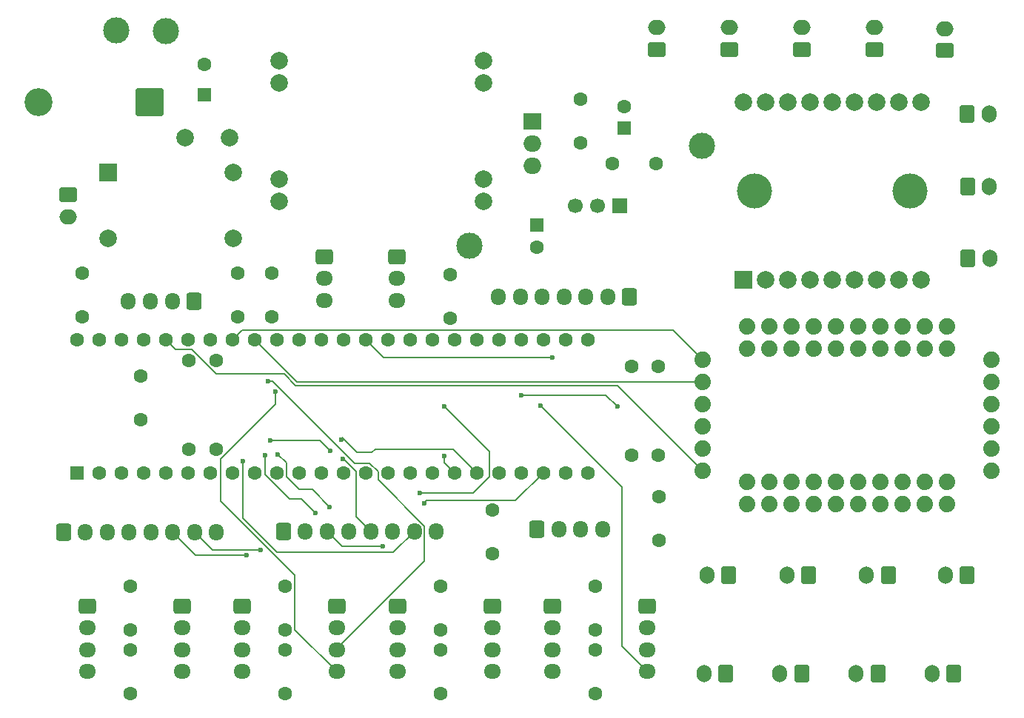
<source format=gbr>
%TF.GenerationSoftware,KiCad,Pcbnew,9.0.6*%
%TF.CreationDate,2026-01-04T18:25:18-08:00*%
%TF.ProjectId,2025_Animation_Controller,32303235-5f41-46e6-996d-6174696f6e5f,rev?*%
%TF.SameCoordinates,Original*%
%TF.FileFunction,Copper,L4,Bot*%
%TF.FilePolarity,Positive*%
%FSLAX46Y46*%
G04 Gerber Fmt 4.6, Leading zero omitted, Abs format (unit mm)*
G04 Created by KiCad (PCBNEW 9.0.6) date 2026-01-04 18:25:18*
%MOMM*%
%LPD*%
G01*
G04 APERTURE LIST*
G04 Aperture macros list*
%AMRoundRect*
0 Rectangle with rounded corners*
0 $1 Rounding radius*
0 $2 $3 $4 $5 $6 $7 $8 $9 X,Y pos of 4 corners*
0 Add a 4 corners polygon primitive as box body*
4,1,4,$2,$3,$4,$5,$6,$7,$8,$9,$2,$3,0*
0 Add four circle primitives for the rounded corners*
1,1,$1+$1,$2,$3*
1,1,$1+$1,$4,$5*
1,1,$1+$1,$6,$7*
1,1,$1+$1,$8,$9*
0 Add four rect primitives between the rounded corners*
20,1,$1+$1,$2,$3,$4,$5,0*
20,1,$1+$1,$4,$5,$6,$7,0*
20,1,$1+$1,$6,$7,$8,$9,0*
20,1,$1+$1,$8,$9,$2,$3,0*%
G04 Aperture macros list end*
%TA.AperFunction,WasherPad*%
%ADD10C,4.000000*%
%TD*%
%TA.AperFunction,ComponentPad*%
%ADD11R,2.000000X2.000000*%
%TD*%
%TA.AperFunction,ComponentPad*%
%ADD12C,2.000000*%
%TD*%
%TA.AperFunction,ComponentPad*%
%ADD13C,3.000000*%
%TD*%
%TA.AperFunction,ComponentPad*%
%ADD14RoundRect,0.250000X0.750000X-0.600000X0.750000X0.600000X-0.750000X0.600000X-0.750000X-0.600000X0*%
%TD*%
%TA.AperFunction,ComponentPad*%
%ADD15O,2.000000X1.700000*%
%TD*%
%TA.AperFunction,ComponentPad*%
%ADD16RoundRect,0.250000X0.600000X0.750000X-0.600000X0.750000X-0.600000X-0.750000X0.600000X-0.750000X0*%
%TD*%
%TA.AperFunction,ComponentPad*%
%ADD17O,1.700000X2.000000*%
%TD*%
%TA.AperFunction,ComponentPad*%
%ADD18RoundRect,0.250000X-0.725000X0.600000X-0.725000X-0.600000X0.725000X-0.600000X0.725000X0.600000X0*%
%TD*%
%TA.AperFunction,ComponentPad*%
%ADD19O,1.950000X1.700000*%
%TD*%
%TA.AperFunction,ComponentPad*%
%ADD20RoundRect,0.250000X0.550000X-0.550000X0.550000X0.550000X-0.550000X0.550000X-0.550000X-0.550000X0*%
%TD*%
%TA.AperFunction,ComponentPad*%
%ADD21C,1.600000*%
%TD*%
%TA.AperFunction,ComponentPad*%
%ADD22RoundRect,0.250000X0.600000X0.725000X-0.600000X0.725000X-0.600000X-0.725000X0.600000X-0.725000X0*%
%TD*%
%TA.AperFunction,ComponentPad*%
%ADD23O,1.700000X1.950000*%
%TD*%
%TA.AperFunction,ComponentPad*%
%ADD24R,2.000000X1.905000*%
%TD*%
%TA.AperFunction,ComponentPad*%
%ADD25O,2.000000X1.905000*%
%TD*%
%TA.AperFunction,ComponentPad*%
%ADD26RoundRect,0.250000X-0.600000X-0.750000X0.600000X-0.750000X0.600000X0.750000X-0.600000X0.750000X0*%
%TD*%
%TA.AperFunction,ComponentPad*%
%ADD27RoundRect,0.250000X-0.550000X0.550000X-0.550000X-0.550000X0.550000X-0.550000X0.550000X0.550000X0*%
%TD*%
%TA.AperFunction,ComponentPad*%
%ADD28RoundRect,0.250000X-0.750000X0.600000X-0.750000X-0.600000X0.750000X-0.600000X0.750000X0.600000X0*%
%TD*%
%TA.AperFunction,ComponentPad*%
%ADD29RoundRect,0.250000X-0.600000X-0.725000X0.600000X-0.725000X0.600000X0.725000X-0.600000X0.725000X0*%
%TD*%
%TA.AperFunction,ComponentPad*%
%ADD30R,1.600000X1.600000*%
%TD*%
%TA.AperFunction,ComponentPad*%
%ADD31RoundRect,0.250000X1.350000X1.350000X-1.350000X1.350000X-1.350000X-1.350000X1.350000X-1.350000X0*%
%TD*%
%TA.AperFunction,ComponentPad*%
%ADD32C,3.200000*%
%TD*%
%TA.AperFunction,ComponentPad*%
%ADD33R,1.700000X1.700000*%
%TD*%
%TA.AperFunction,ComponentPad*%
%ADD34C,1.700000*%
%TD*%
%TA.AperFunction,ComponentPad*%
%ADD35C,1.879600*%
%TD*%
%TA.AperFunction,ViaPad*%
%ADD36C,0.600000*%
%TD*%
%TA.AperFunction,Conductor*%
%ADD37C,0.200000*%
%TD*%
G04 APERTURE END LIST*
D10*
%TO.P,U1,*%
%TO.N,*%
X180720000Y-61600000D03*
X198500000Y-61600000D03*
D11*
%TO.P,U1,1,IN1*%
%TO.N,/LED_1*%
X179450000Y-71760000D03*
D12*
%TO.P,U1,2,IN2*%
%TO.N,/LED_2*%
X181990000Y-71760000D03*
%TO.P,U1,3,IN3*%
%TO.N,/LED_3*%
X184530000Y-71760000D03*
%TO.P,U1,4,IN4*%
%TO.N,/LED_4*%
X187070000Y-71760000D03*
%TO.P,U1,5,IN5*%
%TO.N,/LED_5*%
X189610000Y-71760000D03*
%TO.P,U1,6,IN6*%
%TO.N,/LED_6*%
X192150000Y-71760000D03*
%TO.P,U1,7,IN7*%
%TO.N,/LED_7*%
X194690000Y-71760000D03*
%TO.P,U1,8,IN8*%
%TO.N,/LED_8*%
X197230000Y-71760000D03*
%TO.P,U1,9,GND*%
%TO.N,GND*%
X199770000Y-71760000D03*
%TO.P,U1,10,COM*%
%TO.N,+12V*%
X199770000Y-51440000D03*
%TO.P,U1,11,OUT8*%
%TO.N,/LED_8_12V*%
X197230000Y-51440000D03*
%TO.P,U1,12,OUT7*%
%TO.N,/LED_7_12V*%
X194690000Y-51440000D03*
%TO.P,U1,13,OUT6*%
%TO.N,/LED_6_12V*%
X192150000Y-51440000D03*
%TO.P,U1,14,OUT5*%
%TO.N,/LED_5_12V*%
X189610000Y-51440000D03*
%TO.P,U1,15,OUT4*%
%TO.N,/LED_4_12V*%
X187070000Y-51440000D03*
%TO.P,U1,16,OUT3*%
%TO.N,/LED_3_12V*%
X184530000Y-51440000D03*
%TO.P,U1,17,OUT2*%
%TO.N,/LED_2_12V*%
X181990000Y-51440000D03*
%TO.P,U1,18,OUT1*%
%TO.N,/LED_1_12V*%
X179450000Y-51440000D03*
%TD*%
%TO.P,U3,1,Vin-*%
%TO.N,GND*%
X126300000Y-46700000D03*
%TO.P,U3,2,Vin-*%
X126300000Y-49240000D03*
%TO.P,U3,3,Vin+*%
%TO.N,+12V*%
X126300000Y-60232000D03*
%TO.P,U3,4,Vin+*%
X126300000Y-62772000D03*
%TO.P,U3,5,Vout+*%
%TO.N,+5V*%
X149668000Y-62772000D03*
%TO.P,U3,6,Vout+*%
X149668000Y-60232000D03*
%TO.P,U3,7,Vout-*%
%TO.N,GND*%
X149668000Y-49240000D03*
%TO.P,U3,8,Vout-*%
X149668000Y-46700000D03*
%TD*%
D13*
%TO.P,TP4,1,1*%
%TO.N,3V3_AUX*%
X174700000Y-56400000D03*
%TD*%
D14*
%TO.P,J5,1,Pin_1*%
%TO.N,/LED_4_12V*%
X194375000Y-45400000D03*
D15*
%TO.P,J5,2,Pin_2*%
%TO.N,+12V*%
X194375000Y-42900000D03*
%TD*%
D16*
%TO.P,J15,1,Pin_1*%
%TO.N,GND*%
X194800000Y-116800000D03*
D17*
%TO.P,J15,2,Pin_2*%
%TO.N,/BUTTON_6*%
X192300000Y-116800000D03*
%TD*%
D18*
%TO.P,J28,1,Pin_1*%
%TO.N,GND*%
X157600000Y-109050000D03*
D19*
%TO.P,J28,2,Pin_2*%
%TO.N,3V3_AUX*%
X157600000Y-111550000D03*
%TO.P,J28,3,Pin_3*%
%TO.N,/REMOTE_ACT_7_TX*%
X157600000Y-114050000D03*
%TO.P,J28,4,Pin_4*%
%TO.N,/REMOTE_ACT_7_RX*%
X157600000Y-116550000D03*
%TD*%
D20*
%TO.P,C16,1*%
%TO.N,3V3_AUX*%
X165800000Y-54396369D03*
D21*
%TO.P,C16,2*%
%TO.N,GND*%
X165800000Y-51896369D03*
%TD*%
%TO.P,C7,1*%
%TO.N,3V3_AUX*%
X109300000Y-114100000D03*
%TO.P,C7,2*%
%TO.N,GND*%
X109300000Y-119100000D03*
%TD*%
D14*
%TO.P,J3,1,Pin_1*%
%TO.N,/LED_2_12V*%
X177775000Y-45400000D03*
D15*
%TO.P,J3,2,Pin_2*%
%TO.N,+12V*%
X177775000Y-42900000D03*
%TD*%
D22*
%TO.P,J21,1,Pin_1*%
%TO.N,GND*%
X166400000Y-73700000D03*
D23*
%TO.P,J21,2,Pin_2*%
%TO.N,/Display_Power*%
X163900000Y-73700000D03*
%TO.P,J21,3,Pin_3*%
%TO.N,/SPI_SCK*%
X161400000Y-73700000D03*
%TO.P,J21,4,Pin_4*%
%TO.N,/SPI_MOSI*%
X158900000Y-73700000D03*
%TO.P,J21,5,Pin_5*%
%TO.N,/LCD_RST*%
X156400000Y-73700000D03*
%TO.P,J21,6,Pin_6*%
%TO.N,/LCD_DC*%
X153900000Y-73700000D03*
%TO.P,J21,7,Pin_7*%
%TO.N,/SPI_CS*%
X151400000Y-73700000D03*
%TD*%
D11*
%TO.P,D3,1*%
%TO.N,Net-(J30-Pin_2)*%
X106792500Y-59450000D03*
D12*
%TO.P,D3,2*%
X106792500Y-66950000D03*
%TO.P,D3,3*%
%TO.N,Net-(D3-Pad3)*%
X121042500Y-66950000D03*
%TO.P,D3,4*%
X121042500Y-59450000D03*
%TD*%
D16*
%TO.P,J10,1,Pin_1*%
%TO.N,GND*%
X177750000Y-105500000D03*
D17*
%TO.P,J10,2,Pin_2*%
%TO.N,/BUTTON_1*%
X175250000Y-105500000D03*
%TD*%
D18*
%TO.P,J20,1,Pin_1*%
%TO.N,GND*%
X139800000Y-69100000D03*
D19*
%TO.P,J20,2,Pin_2*%
%TO.N,/ANALOG_ACCEL_INPUT*%
X139800000Y-71600000D03*
%TO.P,J20,3,Pin_3*%
%TO.N,3V3_MCU*%
X139800000Y-74100000D03*
%TD*%
D16*
%TO.P,J16,1,Pin_1*%
%TO.N,GND*%
X205000000Y-105500000D03*
D17*
%TO.P,J16,2,Pin_2*%
%TO.N,/BUTTON_7*%
X202500000Y-105500000D03*
%TD*%
D14*
%TO.P,J2,1,Pin_1*%
%TO.N,/LED_1_12V*%
X169475000Y-45400000D03*
D15*
%TO.P,J2,2,Pin_2*%
%TO.N,+12V*%
X169475000Y-42900000D03*
%TD*%
D21*
%TO.P,C18,1*%
%TO.N,3V3_AUX*%
X160800000Y-56100000D03*
%TO.P,C18,2*%
%TO.N,GND*%
X160800000Y-51100000D03*
%TD*%
D18*
%TO.P,J24,1,Pin_1*%
%TO.N,GND*%
X122100000Y-109050000D03*
D19*
%TO.P,J24,2,Pin_2*%
%TO.N,3V3_AUX*%
X122100000Y-111550000D03*
%TO.P,J24,3,Pin_3*%
%TO.N,/REMOTE_ACT_3_TX*%
X122100000Y-114050000D03*
%TO.P,J24,4,Pin_4*%
%TO.N,/REMOTE_ACT_3_RX*%
X122100000Y-116550000D03*
%TD*%
D24*
%TO.P,U4,1,GND*%
%TO.N,GND*%
X155300000Y-53600000D03*
D25*
%TO.P,U4,2,VO*%
%TO.N,3V3_AUX*%
X155300000Y-56140000D03*
%TO.P,U4,3,VI*%
%TO.N,+5V*%
X155300000Y-58680000D03*
%TD*%
D21*
%TO.P,C2,1*%
%TO.N,3V3_MCU*%
X125500000Y-76000000D03*
%TO.P,C2,2*%
%TO.N,GND*%
X125500000Y-71000000D03*
%TD*%
%TO.P,C19,1*%
%TO.N,GND*%
X150725000Y-98100000D03*
%TO.P,C19,2*%
%TO.N,3V3_AUX*%
X150725000Y-103100000D03*
%TD*%
D26*
%TO.P,J8,1,Pin_1*%
%TO.N,/LED_7_12V*%
X205050000Y-61075000D03*
D17*
%TO.P,J8,2,Pin_2*%
%TO.N,+12V*%
X207550000Y-61075000D03*
%TD*%
D21*
%TO.P,C1,1*%
%TO.N,3V3_MCU*%
X121600000Y-76000000D03*
%TO.P,C1,2*%
%TO.N,GND*%
X121600000Y-71000000D03*
%TD*%
%TO.P,C6,1*%
%TO.N,3V3_AUX*%
X109300000Y-111800000D03*
%TO.P,C6,2*%
%TO.N,GND*%
X109300000Y-106800000D03*
%TD*%
D14*
%TO.P,J4,1,Pin_1*%
%TO.N,/LED_3_12V*%
X186075000Y-45375000D03*
D15*
%TO.P,J4,2,Pin_2*%
%TO.N,+12V*%
X186075000Y-42875000D03*
%TD*%
D21*
%TO.P,C4,1*%
%TO.N,3V3_AUX*%
X169800000Y-96500000D03*
%TO.P,C4,2*%
%TO.N,GND*%
X169800000Y-101500000D03*
%TD*%
D27*
%TO.P,C17,1*%
%TO.N,+5V*%
X155800000Y-65503631D03*
D21*
%TO.P,C17,2*%
%TO.N,GND*%
X155800000Y-68003631D03*
%TD*%
D13*
%TO.P,TP2,1,1*%
%TO.N,+12V*%
X113400000Y-43300000D03*
%TD*%
D28*
%TO.P,J30,1,Pin_1*%
%TO.N,GND*%
X102200000Y-62000000D03*
D15*
%TO.P,J30,2,Pin_2*%
%TO.N,Net-(J30-Pin_2)*%
X102200000Y-64500000D03*
%TD*%
D29*
%TO.P,J31,1,Pin_1*%
%TO.N,GND*%
X101675000Y-100575000D03*
D23*
%TO.P,J31,2,Pin_2*%
%TO.N,3V3_AUX*%
X104175000Y-100575000D03*
%TO.P,J31,3,Pin_3*%
%TO.N,/SPARE_2*%
X106675000Y-100575000D03*
%TO.P,J31,4,Pin_4*%
%TO.N,/SPARE_3*%
X109175000Y-100575000D03*
%TO.P,J31,5,Pin_5*%
%TO.N,/SPARE_6*%
X111675000Y-100575000D03*
%TO.P,J31,6,Pin_6*%
%TO.N,/SPARE_9*%
X114175000Y-100575000D03*
%TO.P,J31,7,Pin_7*%
%TO.N,/SPARE_26*%
X116675000Y-100575000D03*
%TO.P,J31,8,Pin_8*%
%TO.N,/SPARE_27*%
X119175000Y-100575000D03*
%TD*%
D29*
%TO.P,J32,1,Pin_1*%
%TO.N,GND*%
X126800000Y-100500000D03*
D23*
%TO.P,J32,2,Pin_2*%
%TO.N,3V3_AUX*%
X129300000Y-100500000D03*
%TO.P,J32,3,Pin_3*%
%TO.N,/SPARE_30*%
X131800000Y-100500000D03*
%TO.P,J32,4,Pin_4*%
%TO.N,/SPARE_33*%
X134300000Y-100500000D03*
%TO.P,J32,5,Pin_5*%
%TO.N,/SPARE_36*%
X136800000Y-100500000D03*
%TO.P,J32,6,Pin_6*%
%TO.N,/SPARE_37*%
X139300000Y-100500000D03*
%TO.P,J32,7,Pin_7*%
%TO.N,/SPARE_23*%
X141800000Y-100500000D03*
%TO.P,J32,8,Pin_8*%
%TO.N,unconnected-(J32-Pin_8-Pad8)*%
X144300000Y-100500000D03*
%TD*%
D18*
%TO.P,J19,1,Pin_1*%
%TO.N,GND*%
X131500000Y-69100000D03*
D19*
%TO.P,J19,2,Pin_2*%
%TO.N,/ANALOG_SPEED_INPUT*%
X131500000Y-71600000D03*
%TO.P,J19,3,Pin_3*%
%TO.N,3V3_MCU*%
X131500000Y-74100000D03*
%TD*%
D18*
%TO.P,J22,1,Pin_1*%
%TO.N,GND*%
X104400000Y-109050000D03*
D19*
%TO.P,J22,2,Pin_2*%
%TO.N,3V3_AUX*%
X104400000Y-111550000D03*
%TO.P,J22,3,Pin_3*%
%TO.N,/REMOTE_ACT_1_TX*%
X104400000Y-114050000D03*
%TO.P,J22,4,Pin_4*%
%TO.N,/REMOTE_ACT_1_RX*%
X104400000Y-116550000D03*
%TD*%
D30*
%TO.P,U2,1,GND*%
%TO.N,GND*%
X103205000Y-93800000D03*
D21*
%TO.P,U2,2,0_RX1_CRX2_CS1*%
%TO.N,/REMOTE_ACT_1_RX*%
X105745000Y-93800000D03*
%TO.P,U2,3,1_TX1_CTX2_MISO1*%
%TO.N,/REMOTE_ACT_1_TX*%
X108285000Y-93800000D03*
%TO.P,U2,4,2_OUT2*%
%TO.N,/SPARE_2*%
X110825000Y-93800000D03*
%TO.P,U2,5,3_LRCLK2*%
%TO.N,/SPARE_3*%
X113365000Y-93800000D03*
%TO.P,U2,6,4_BCLK2*%
%TO.N,/ENCODER_B*%
X115905000Y-93800000D03*
%TO.P,U2,7,5_IN2*%
%TO.N,/ENCODER_A*%
X118445000Y-93800000D03*
%TO.P,U2,8,6_OUT1D*%
%TO.N,/SPARE_6*%
X120985000Y-93800000D03*
%TO.P,U2,9,7_RX2_OUT1A*%
%TO.N,/REMOTE_ACT_2_RX*%
X123525000Y-93800000D03*
%TO.P,U2,10,8_TX2_IN1*%
%TO.N,/REMOTE_ACT_2_TX*%
X126065000Y-93800000D03*
%TO.P,U2,11,9_OUT1C*%
%TO.N,/SPARE_9*%
X128605000Y-93800000D03*
%TO.P,U2,12,10_CS_MQSR*%
%TO.N,/SPI_CS*%
X131145000Y-93800000D03*
%TO.P,U2,13,11_MOSI_CTX1*%
%TO.N,/SPI_MOSI*%
X133685000Y-93800000D03*
%TO.P,U2,14,12_MISO_MQSL*%
%TO.N,unconnected-(U2-12_MISO_MQSL-Pad14)*%
X136225000Y-93800000D03*
%TO.P,U2,15,3V3*%
%TO.N,3V3_MCU*%
X138765000Y-93800000D03*
%TO.P,U2,16,24_A10_TX6_SCL2*%
%TO.N,/REMOTE_ACT_6_TX*%
X141305000Y-93800000D03*
%TO.P,U2,17,25_A11_RX6_SDA2*%
%TO.N,/REMOTE_ACT_6_RX*%
X143845000Y-93800000D03*
%TO.P,U2,18,26_A12_MOSI1*%
%TO.N,/SPARE_26*%
X146385000Y-93800000D03*
%TO.P,U2,19,27_A13_SCK1*%
%TO.N,/SPARE_27*%
X148925000Y-93800000D03*
%TO.P,U2,20,28_RX7*%
%TO.N,/REMOTE_ACT_7_RX*%
X151465000Y-93800000D03*
%TO.P,U2,21,29_TX7*%
%TO.N,/REMOTE_ACT_7_TX*%
X154005000Y-93800000D03*
%TO.P,U2,22,30_CRX3*%
%TO.N,/SPARE_30*%
X156545000Y-93800000D03*
%TO.P,U2,23,31_CTX3*%
%TO.N,/I2C2_SDA*%
X159085000Y-93800000D03*
%TO.P,U2,24,32_OUT1B*%
%TO.N,/I2C2_SCL*%
X161625000Y-93800000D03*
%TO.P,U2,25,33_MCLK2*%
%TO.N,/SPARE_33*%
X161625000Y-78560000D03*
%TO.P,U2,26,34_RX8*%
%TO.N,/REMOTE_ACT_8_RX*%
X159085000Y-78560000D03*
%TO.P,U2,27,35_TX8*%
%TO.N,/REMOTE_ACT_8_TX*%
X156545000Y-78560000D03*
%TO.P,U2,28,36_CS*%
%TO.N,/SPARE_36*%
X154005000Y-78560000D03*
%TO.P,U2,29,37_CS*%
%TO.N,/SPARE_37*%
X151465000Y-78560000D03*
%TO.P,U2,30,38_CS1_IN1*%
%TO.N,/LCD_RST*%
X148925000Y-78560000D03*
%TO.P,U2,31,39_MISO1_OUT1A*%
%TO.N,/LCD_DC*%
X146385000Y-78560000D03*
%TO.P,U2,32,40_A16*%
%TO.N,/ANALOG_ACCEL_INPUT*%
X143845000Y-78560000D03*
%TO.P,U2,33,41_A17*%
%TO.N,/ANALOG_SPEED_INPUT*%
X141305000Y-78560000D03*
%TO.P,U2,34,GND*%
%TO.N,GND*%
X138765000Y-78560000D03*
%TO.P,U2,35,13_SCK_LED*%
%TO.N,/SPI_SCK*%
X136225000Y-78560000D03*
%TO.P,U2,36,14_A0_TX3_SPDIF_OUT*%
%TO.N,/REMOTE_ACT_3_TX*%
X133685000Y-78560000D03*
%TO.P,U2,37,15_A1_RX3_SPDIF_IN*%
%TO.N,/REMOTE_ACT_3_RX*%
X131145000Y-78560000D03*
%TO.P,U2,38,16_A2_RX4_SCL1*%
%TO.N,/REMOTE_ACT_4_RX*%
X128605000Y-78560000D03*
%TO.P,U2,39,17_A3_TX4_SDA1*%
%TO.N,/REMOTE_ACT_4_TX*%
X126065000Y-78560000D03*
%TO.P,U2,40,18_A4_SDA*%
%TO.N,/I2C_SDA*%
X123525000Y-78560000D03*
%TO.P,U2,41,19_A5_SCL*%
%TO.N,/I2C_SCL*%
X120985000Y-78560000D03*
%TO.P,U2,42,20_A6_TX5_LRCLK1*%
%TO.N,/REMOTE_ACT_5_TX*%
X118445000Y-78560000D03*
%TO.P,U2,43,21_A7_RX5_BCLK1*%
%TO.N,/REMOTE_ACT_5_RX*%
X115905000Y-78560000D03*
%TO.P,U2,44,22_A8_CTX1*%
%TO.N,/SX1509_INT*%
X113365000Y-78560000D03*
%TO.P,U2,45,23_A9_CRX1_MCLK1*%
%TO.N,/SPARE_23*%
X110825000Y-78560000D03*
%TO.P,U2,46,3V3*%
%TO.N,3V3_MCU*%
X108285000Y-78560000D03*
%TO.P,U2,47,GND*%
%TO.N,GND*%
X105745000Y-78560000D03*
%TO.P,U2,48,VIN*%
%TO.N,+5V*%
X103205000Y-78560000D03*
%TD*%
D16*
%TO.P,J13,1,Pin_1*%
%TO.N,GND*%
X186100000Y-116800000D03*
D17*
%TO.P,J13,2,Pin_2*%
%TO.N,/BUTTON_4*%
X183600000Y-116800000D03*
%TD*%
D21*
%TO.P,C11,1*%
%TO.N,3V3_AUX*%
X144800000Y-114100000D03*
%TO.P,C11,2*%
%TO.N,GND*%
X144800000Y-119100000D03*
%TD*%
D31*
%TO.P,D2,1,K*%
%TO.N,+12V*%
X111500000Y-51400000D03*
D32*
%TO.P,D2,2,A*%
%TO.N,GND*%
X98800000Y-51400000D03*
%TD*%
D21*
%TO.P,C14,1*%
%TO.N,+5V*%
X103800000Y-76000000D03*
%TO.P,C14,2*%
%TO.N,GND*%
X103800000Y-71000000D03*
%TD*%
D22*
%TO.P,J18,1,Pin_1*%
%TO.N,GND*%
X116600000Y-74200000D03*
D23*
%TO.P,J18,2,Pin_2*%
%TO.N,3V3_MCU*%
X114100000Y-74200000D03*
%TO.P,J18,3,Pin_3*%
%TO.N,/ENCODER_A*%
X111600000Y-74200000D03*
%TO.P,J18,4,Pin_4*%
%TO.N,/ENCODER_B*%
X109100000Y-74200000D03*
%TD*%
D29*
%TO.P,J1,1,Pin_1*%
%TO.N,GND*%
X155795000Y-100250000D03*
D23*
%TO.P,J1,2,Pin_2*%
%TO.N,3V3_AUX*%
X158295000Y-100250000D03*
%TO.P,J1,3,Pin_3*%
%TO.N,/I2C2_SDA*%
X160795000Y-100250000D03*
%TO.P,J1,4,Pin_4*%
%TO.N,/I2C2_SCL*%
X163295000Y-100250000D03*
%TD*%
D20*
%TO.P,C20,1*%
%TO.N,+12V*%
X117800000Y-50552651D03*
D21*
%TO.P,C20,2*%
%TO.N,GND*%
X117800000Y-47052651D03*
%TD*%
D33*
%TO.P,JP1,1,A*%
%TO.N,3V3_AUX*%
X165280000Y-63300000D03*
D34*
%TO.P,JP1,2,C*%
%TO.N,/Display_Power*%
X162740000Y-63300000D03*
%TO.P,JP1,3,B*%
%TO.N,+5V*%
X160200000Y-63300000D03*
%TD*%
D18*
%TO.P,J26,1,Pin_1*%
%TO.N,GND*%
X139900000Y-109050000D03*
D19*
%TO.P,J26,2,Pin_2*%
%TO.N,3V3_AUX*%
X139900000Y-111550000D03*
%TO.P,J26,3,Pin_3*%
%TO.N,/REMOTE_ACT_5_TX*%
X139900000Y-114050000D03*
%TO.P,J26,4,Pin_4*%
%TO.N,/REMOTE_ACT_5_RX*%
X139900000Y-116550000D03*
%TD*%
D18*
%TO.P,J29,1,Pin_1*%
%TO.N,GND*%
X168400000Y-109050000D03*
D19*
%TO.P,J29,2,Pin_2*%
%TO.N,3V3_AUX*%
X168400000Y-111550000D03*
%TO.P,J29,3,Pin_3*%
%TO.N,/REMOTE_ACT_8_TX*%
X168400000Y-114050000D03*
%TO.P,J29,4,Pin_4*%
%TO.N,/REMOTE_ACT_8_RX*%
X168400000Y-116550000D03*
%TD*%
D18*
%TO.P,J25,1,Pin_1*%
%TO.N,GND*%
X132900000Y-109050000D03*
D19*
%TO.P,J25,2,Pin_2*%
%TO.N,3V3_AUX*%
X132900000Y-111550000D03*
%TO.P,J25,3,Pin_3*%
%TO.N,/REMOTE_ACT_4_TX*%
X132900000Y-114050000D03*
%TO.P,J25,4,Pin_4*%
%TO.N,/REMOTE_ACT_4_RX*%
X132900000Y-116550000D03*
%TD*%
D21*
%TO.P,C12,1*%
%TO.N,3V3_AUX*%
X162500000Y-111800000D03*
%TO.P,C12,2*%
%TO.N,GND*%
X162500000Y-106800000D03*
%TD*%
D18*
%TO.P,J23,1,Pin_1*%
%TO.N,GND*%
X115200000Y-109050000D03*
D19*
%TO.P,J23,2,Pin_2*%
%TO.N,3V3_AUX*%
X115200000Y-111550000D03*
%TO.P,J23,3,Pin_3*%
%TO.N,/REMOTE_ACT_2_TX*%
X115200000Y-114050000D03*
%TO.P,J23,4,Pin_4*%
%TO.N,/REMOTE_ACT_2_RX*%
X115200000Y-116550000D03*
%TD*%
D21*
%TO.P,C8,1*%
%TO.N,3V3_AUX*%
X127000000Y-111800000D03*
%TO.P,C8,2*%
%TO.N,GND*%
X127000000Y-106800000D03*
%TD*%
%TO.P,C13,1*%
%TO.N,3V3_AUX*%
X162500000Y-114100000D03*
%TO.P,C13,2*%
%TO.N,GND*%
X162500000Y-119100000D03*
%TD*%
D16*
%TO.P,J11,1,Pin_1*%
%TO.N,GND*%
X177400000Y-116800000D03*
D17*
%TO.P,J11,2,Pin_2*%
%TO.N,/BUTTON_2*%
X174900000Y-116800000D03*
%TD*%
D13*
%TO.P,TP1,1,1*%
%TO.N,GND*%
X107700000Y-43200000D03*
%TD*%
%TO.P,TP3,1,1*%
%TO.N,+5V*%
X148100000Y-67800000D03*
%TD*%
D16*
%TO.P,J12,1,Pin_1*%
%TO.N,GND*%
X186900000Y-105500000D03*
D17*
%TO.P,J12,2,Pin_2*%
%TO.N,/BUTTON_3*%
X184400000Y-105500000D03*
%TD*%
D26*
%TO.P,J7,1,Pin_1*%
%TO.N,/LED_6_12V*%
X205100000Y-69300000D03*
D17*
%TO.P,J7,2,Pin_2*%
%TO.N,+12V*%
X207600000Y-69300000D03*
%TD*%
D35*
%TO.P,U5,1,~{INT}*%
%TO.N,/SX1509_INT*%
X174800000Y-93570000D03*
%TO.P,U5,2,~{RST}*%
%TO.N,unconnected-(U5-~{RST}-Pad2)*%
X174800000Y-91030000D03*
%TO.P,U5,3,GND*%
%TO.N,GND*%
X174800000Y-88490000D03*
%TO.P,U5,4,3V3*%
%TO.N,3V3_AUX*%
X174800000Y-85950000D03*
%TO.P,U5,5,~{SDA}*%
%TO.N,/I2C_SDA*%
X174800000Y-83410000D03*
%TO.P,U5,6,~{SCL}*%
%TO.N,/I2C_SCL*%
X174800000Y-80870000D03*
%TO.P,U5,7,OSC*%
%TO.N,unconnected-(U5-OSC-Pad7)*%
X207820000Y-93570000D03*
%TO.P,U5,8,~{RST}*%
%TO.N,unconnected-(U5-~{RST}-Pad8)*%
X207820000Y-91030000D03*
%TO.P,U5,9,GND*%
%TO.N,GND*%
X207820000Y-88490000D03*
%TO.P,U5,10,3V3*%
%TO.N,unconnected-(U5-3V3-Pad10)*%
X207820000Y-85950000D03*
%TO.P,U5,11,~{SDA}*%
%TO.N,unconnected-(U5-~{SDA}-Pad11)*%
X207820000Y-83410000D03*
%TO.P,U5,12,~{SCL}*%
%TO.N,unconnected-(U5-~{SCL}-Pad12)*%
X207820000Y-80870000D03*
%TO.P,U5,13,GND*%
%TO.N,GND*%
X179880000Y-94840000D03*
%TO.P,U5,14,P0*%
%TO.N,/BUTTON_1*%
X182420000Y-94840000D03*
%TO.P,U5,15,P1*%
%TO.N,/BUTTON_2*%
X184960000Y-94840000D03*
%TO.P,U5,16,P2*%
%TO.N,/BUTTON_3*%
X187500000Y-94840000D03*
%TO.P,U5,17,P3*%
%TO.N,/BUTTON_4*%
X190040000Y-94840000D03*
%TO.P,U5,18,VC1*%
%TO.N,unconnected-(U5-VC1-Pad18)*%
X192580000Y-94840000D03*
%TO.P,U5,19,P4*%
%TO.N,/BUTTON_5*%
X195120000Y-94840000D03*
%TO.P,U5,20,P5*%
%TO.N,/BUTTON_6*%
X197660000Y-94840000D03*
%TO.P,U5,21,P6*%
%TO.N,/BUTTON_7*%
X200200000Y-94840000D03*
%TO.P,U5,22,P7*%
%TO.N,/BUTTON_8*%
X202740000Y-94840000D03*
%TO.P,U5,23,P8*%
%TO.N,/LED_8*%
X202740000Y-79600000D03*
%TO.P,U5,24,P9*%
%TO.N,/LED_7*%
X200200000Y-79600000D03*
%TO.P,U5,25,P10*%
%TO.N,/LED_6*%
X197660000Y-79600000D03*
%TO.P,U5,26,P11*%
%TO.N,/LED_5*%
X195120000Y-79600000D03*
%TO.P,U5,27,VC2*%
%TO.N,unconnected-(U5-VC2-Pad27)*%
X192580000Y-79600000D03*
%TO.P,U5,28,P12*%
%TO.N,/LED_4*%
X190040000Y-79600000D03*
%TO.P,U5,29,P13*%
%TO.N,/LED_3*%
X187500000Y-79600000D03*
%TO.P,U5,30,P14*%
%TO.N,/LED_2*%
X184960000Y-79600000D03*
%TO.P,U5,31,P15*%
%TO.N,/LED_1*%
X182420000Y-79600000D03*
%TO.P,U5,32,GND*%
%TO.N,GND*%
X179880000Y-79600000D03*
%TO.P,U5,33,GND*%
X179880000Y-77060000D03*
%TO.P,U5,34,P15_COM*%
X182420000Y-77060000D03*
%TO.P,U5,35,P14_COM*%
X184960000Y-77060000D03*
%TO.P,U5,36,P13_COM*%
X187500000Y-77060000D03*
%TO.P,U5,37,P12_COM*%
X190040000Y-77060000D03*
%TO.P,U5,38,VC2_COM*%
X192580000Y-77060000D03*
%TO.P,U5,39,P11_COM*%
X195120000Y-77060000D03*
%TO.P,U5,40,P10_COM*%
X197660000Y-77060000D03*
%TO.P,U5,41,P9_COM*%
X200200000Y-77060000D03*
%TO.P,U5,42,P8_COM*%
X202740000Y-77060000D03*
%TO.P,U5,43,P7_COM*%
X202740000Y-97380000D03*
%TO.P,U5,44,P6_COM*%
X200200000Y-97380000D03*
%TO.P,U5,45,P5_COM*%
X197660000Y-97380000D03*
%TO.P,U5,46,P4_COM*%
X195120000Y-97380000D03*
%TO.P,U5,47,VC1_COM*%
X192580000Y-97380000D03*
%TO.P,U5,48,P3_COM*%
X190040000Y-97380000D03*
%TO.P,U5,49,P2_COM*%
X187500000Y-97380000D03*
%TO.P,U5,50,P1_COM*%
X184960000Y-97380000D03*
%TO.P,U5,51,P0_COM*%
X182420000Y-97380000D03*
%TO.P,U5,52,GND*%
X179880000Y-97380000D03*
%TD*%
D21*
%TO.P,C9,1*%
%TO.N,3V3_AUX*%
X127000000Y-114100000D03*
%TO.P,C9,2*%
%TO.N,GND*%
X127000000Y-119100000D03*
%TD*%
D16*
%TO.P,J17,1,Pin_1*%
%TO.N,GND*%
X203500000Y-116800000D03*
D17*
%TO.P,J17,2,Pin_2*%
%TO.N,/BUTTON_8*%
X201000000Y-116800000D03*
%TD*%
D21*
%TO.P,C10,1*%
%TO.N,3V3_AUX*%
X144800000Y-111800000D03*
%TO.P,C10,2*%
%TO.N,GND*%
X144800000Y-106800000D03*
%TD*%
D16*
%TO.P,J14,1,Pin_1*%
%TO.N,GND*%
X196000000Y-105500000D03*
D17*
%TO.P,J14,2,Pin_2*%
%TO.N,/BUTTON_5*%
X193500000Y-105500000D03*
%TD*%
D26*
%TO.P,J9,1,Pin_1*%
%TO.N,/LED_8_12V*%
X205000000Y-52800000D03*
D17*
%TO.P,J9,2,Pin_2*%
%TO.N,+12V*%
X207500000Y-52800000D03*
%TD*%
D14*
%TO.P,J6,1,Pin_1*%
%TO.N,/LED_5_12V*%
X202475000Y-45500000D03*
D15*
%TO.P,J6,2,Pin_2*%
%TO.N,+12V*%
X202475000Y-43000000D03*
%TD*%
D18*
%TO.P,J27,1,Pin_1*%
%TO.N,GND*%
X150700000Y-109050000D03*
D19*
%TO.P,J27,2,Pin_2*%
%TO.N,3V3_AUX*%
X150700000Y-111550000D03*
%TO.P,J27,3,Pin_3*%
%TO.N,/REMOTE_ACT_6_TX*%
X150700000Y-114050000D03*
%TO.P,J27,4,Pin_4*%
%TO.N,/REMOTE_ACT_6_RX*%
X150700000Y-116550000D03*
%TD*%
D21*
%TO.P,C5,1*%
%TO.N,/Display_Power*%
X164400000Y-58400000D03*
%TO.P,C5,2*%
%TO.N,GND*%
X169400000Y-58400000D03*
%TD*%
%TO.P,C3,1*%
%TO.N,3V3_MCU*%
X145900000Y-76100000D03*
%TO.P,C3,2*%
%TO.N,GND*%
X145900000Y-71100000D03*
%TD*%
D12*
%TO.P,F1,1*%
%TO.N,Net-(D3-Pad3)*%
X115560000Y-55500000D03*
%TO.P,F1,2*%
%TO.N,+12V*%
X120640000Y-55510000D03*
%TD*%
D21*
%TO.P,R2,1*%
%TO.N,/I2C2_SDA*%
X169700000Y-81620000D03*
%TO.P,R2,2*%
%TO.N,3V3_AUX*%
X169700000Y-91780000D03*
%TD*%
%TO.P,C15,1*%
%TO.N,3V3_MCU*%
X110500000Y-82700000D03*
%TO.P,C15,2*%
%TO.N,GND*%
X110500000Y-87700000D03*
%TD*%
%TO.P,R3,1*%
%TO.N,3V3_MCU*%
X116000000Y-80940000D03*
%TO.P,R3,2*%
%TO.N,/ENCODER_B*%
X116000000Y-91100000D03*
%TD*%
%TO.P,R4,1*%
%TO.N,3V3_MCU*%
X119165000Y-80940000D03*
%TO.P,R4,2*%
%TO.N,/ENCODER_A*%
X119165000Y-91100000D03*
%TD*%
%TO.P,R1,1*%
%TO.N,3V3_AUX*%
X166600000Y-91780000D03*
%TO.P,R1,2*%
%TO.N,/I2C2_SCL*%
X166600000Y-81620000D03*
%TD*%
D36*
%TO.N,/SPARE_26*%
X145200000Y-91900000D03*
X124200000Y-102600000D03*
%TO.N,/SPARE_27*%
X132200000Y-91300000D03*
X133400000Y-90000000D03*
X125300000Y-90100000D03*
%TO.N,/SPARE_37*%
X145200000Y-86200000D03*
X142400000Y-96100000D03*
%TO.N,/SPARE_30*%
X142900000Y-97300000D03*
X138200000Y-102200000D03*
%TO.N,/SPARE_9*%
X122600000Y-103200000D03*
%TO.N,/SPARE_36*%
X133650707Y-92249293D03*
%TO.N,/SPI_SCK*%
X157600000Y-80600000D03*
%TO.N,/REMOTE_ACT_4_TX*%
X125100000Y-83300000D03*
%TO.N,/REMOTE_ACT_4_RX*%
X125900000Y-84500000D03*
%TO.N,/REMOTE_ACT_5_RX*%
X124700000Y-91800000D03*
X130500000Y-98400000D03*
%TO.N,/REMOTE_ACT_5_TX*%
X126200000Y-91700000D03*
X132100000Y-97700000D03*
%TO.N,/SPARE_23*%
X122200000Y-92500000D03*
%TO.N,/REMOTE_ACT_8_RX*%
X156200000Y-86100000D03*
%TO.N,/REMOTE_ACT_8_TX*%
X154000000Y-84900000D03*
X165000000Y-86200000D03*
%TD*%
D37*
%TO.N,/SPARE_26*%
X145200000Y-92615000D02*
X146385000Y-93800000D01*
X145200000Y-91900000D02*
X145200000Y-92615000D01*
%TO.N,/SPARE_27*%
X133500000Y-89800000D02*
X133400000Y-89900000D01*
X133400000Y-89900000D02*
X133400000Y-90000000D01*
X137350000Y-91100000D02*
X136950000Y-91500000D01*
X136950000Y-91500000D02*
X135200000Y-91500000D01*
X146225000Y-91100000D02*
X137350000Y-91100000D01*
X135200000Y-91500000D02*
X133500000Y-89800000D01*
X148925000Y-93800000D02*
X146225000Y-91100000D01*
%TO.N,/SPARE_26*%
X118699000Y-102599000D02*
X116675000Y-100575000D01*
X124200000Y-102600000D02*
X123500000Y-102600000D01*
X123500000Y-102600000D02*
X123499000Y-102599000D01*
X123499000Y-102599000D02*
X118699000Y-102599000D01*
%TO.N,/REMOTE_ACT_5_TX*%
X127166000Y-92666000D02*
X126200000Y-91700000D01*
X130100000Y-95700000D02*
X128609950Y-95700000D01*
X127166000Y-94256050D02*
X127166000Y-92666000D01*
X132100000Y-97700000D02*
X130100000Y-95700000D01*
X128609950Y-95700000D02*
X127166000Y-94256050D01*
%TO.N,/REMOTE_ACT_5_RX*%
X124700000Y-93992050D02*
X124700000Y-91800000D01*
X127507950Y-96800000D02*
X124700000Y-93992050D01*
X130500000Y-98400000D02*
X128900000Y-96800000D01*
X128900000Y-96800000D02*
X127507950Y-96800000D01*
%TO.N,/SPARE_9*%
X116800000Y-103200000D02*
X114175000Y-100575000D01*
X122600000Y-103200000D02*
X116800000Y-103200000D01*
%TO.N,/SPARE_27*%
X131000000Y-90100000D02*
X132200000Y-91300000D01*
X125300000Y-90100000D02*
X131000000Y-90100000D01*
%TO.N,/SPARE_37*%
X148500000Y-96100000D02*
X142400000Y-96100000D01*
X150364000Y-91364000D02*
X150364000Y-94236000D01*
X150364000Y-94236000D02*
X148500000Y-96100000D01*
X145200000Y-86200000D02*
X150364000Y-91364000D01*
%TO.N,/SPARE_30*%
X153346000Y-96999000D02*
X156545000Y-93800000D01*
X143201000Y-96999000D02*
X153346000Y-96999000D01*
X142900000Y-97300000D02*
X143201000Y-96999000D01*
X138200000Y-102200000D02*
X138300000Y-102200000D01*
X133500000Y-102200000D02*
X138200000Y-102200000D01*
X131800000Y-100500000D02*
X133500000Y-102200000D01*
%TO.N,/SPARE_36*%
X133691343Y-92249293D02*
X133650707Y-92249293D01*
X135124000Y-98824000D02*
X135124000Y-93681950D01*
X136800000Y-100500000D02*
X135124000Y-98824000D01*
X135124000Y-93681950D02*
X133691343Y-92249293D01*
%TO.N,/SPI_SCK*%
X138265000Y-80600000D02*
X157600000Y-80600000D01*
X136225000Y-78560000D02*
X138265000Y-80600000D01*
%TO.N,/REMOTE_ACT_4_TX*%
X132900000Y-113925000D02*
X132900000Y-114050000D01*
X142951000Y-103874000D02*
X132900000Y-113925000D01*
X142951000Y-99898240D02*
X142951000Y-103874000D01*
X137664000Y-94611240D02*
X142951000Y-99898240D01*
X137664000Y-93681950D02*
X137664000Y-94611240D01*
X136681050Y-92699000D02*
X137664000Y-93681950D01*
X134948943Y-92699000D02*
X136681050Y-92699000D01*
X125549943Y-83300000D02*
X134948943Y-92699000D01*
X125100000Y-83300000D02*
X125549943Y-83300000D01*
%TO.N,/SX1509_INT*%
X114466000Y-79661000D02*
X113365000Y-78560000D01*
X126897900Y-82500000D02*
X119167950Y-82500000D01*
X128208900Y-83811000D02*
X126897900Y-82500000D01*
X116328950Y-79661000D02*
X114466000Y-79661000D01*
X174800000Y-93570000D02*
X165041000Y-83811000D01*
X165041000Y-83811000D02*
X128208900Y-83811000D01*
X119167950Y-82500000D02*
X116328950Y-79661000D01*
%TO.N,/REMOTE_ACT_4_RX*%
X119621050Y-92201000D02*
X125900000Y-85922050D01*
X119621050Y-97021050D02*
X119621050Y-92201000D01*
X128101000Y-111751000D02*
X128101000Y-105501000D01*
X125900000Y-85922050D02*
X125900000Y-84500000D01*
X128101000Y-105501000D02*
X119621050Y-97021050D01*
X132900000Y-116550000D02*
X128101000Y-111751000D01*
%TO.N,/SPARE_23*%
X139400000Y-102900000D02*
X141800000Y-100500000D01*
X122200000Y-99000000D02*
X126100000Y-102900000D01*
X122200000Y-92500000D02*
X122200000Y-99000000D01*
X126100000Y-102900000D02*
X139400000Y-102900000D01*
%TO.N,/REMOTE_ACT_8_RX*%
X165499000Y-95399000D02*
X156200000Y-86100000D01*
X165499000Y-113649000D02*
X165499000Y-95399000D01*
X168400000Y-116550000D02*
X165499000Y-113649000D01*
%TO.N,/REMOTE_ACT_8_TX*%
X163700000Y-84900000D02*
X154000000Y-84900000D01*
X165000000Y-86200000D02*
X163700000Y-84900000D01*
%TO.N,/I2C_SDA*%
X128375000Y-83410000D02*
X123525000Y-78560000D01*
X174800000Y-83410000D02*
X128375000Y-83410000D01*
%TO.N,/I2C_SCL*%
X122086000Y-77459000D02*
X120985000Y-78560000D01*
X171389000Y-77459000D02*
X122086000Y-77459000D01*
X174800000Y-80870000D02*
X171389000Y-77459000D01*
%TD*%
M02*

</source>
